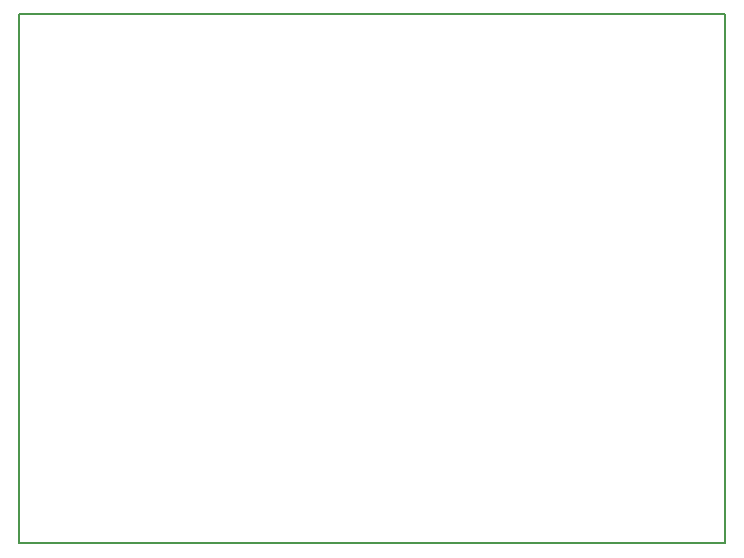
<source format=gbo>
G04 MADE WITH FRITZING*
G04 WWW.FRITZING.ORG*
G04 DOUBLE SIDED*
G04 HOLES PLATED*
G04 CONTOUR ON CENTER OF CONTOUR VECTOR*
%ASAXBY*%
%FSLAX23Y23*%
%MOIN*%
%OFA0B0*%
%SFA1.0B1.0*%
%ADD10R,2.362070X1.773060X2.346070X1.757060*%
%ADD11C,0.008000*%
%LNSILK0*%
G90*
G70*
G54D11*
X4Y1769D02*
X2358Y1769D01*
X2358Y4D01*
X4Y4D01*
X4Y1769D01*
D02*
G04 End of Silk0*
M02*
</source>
